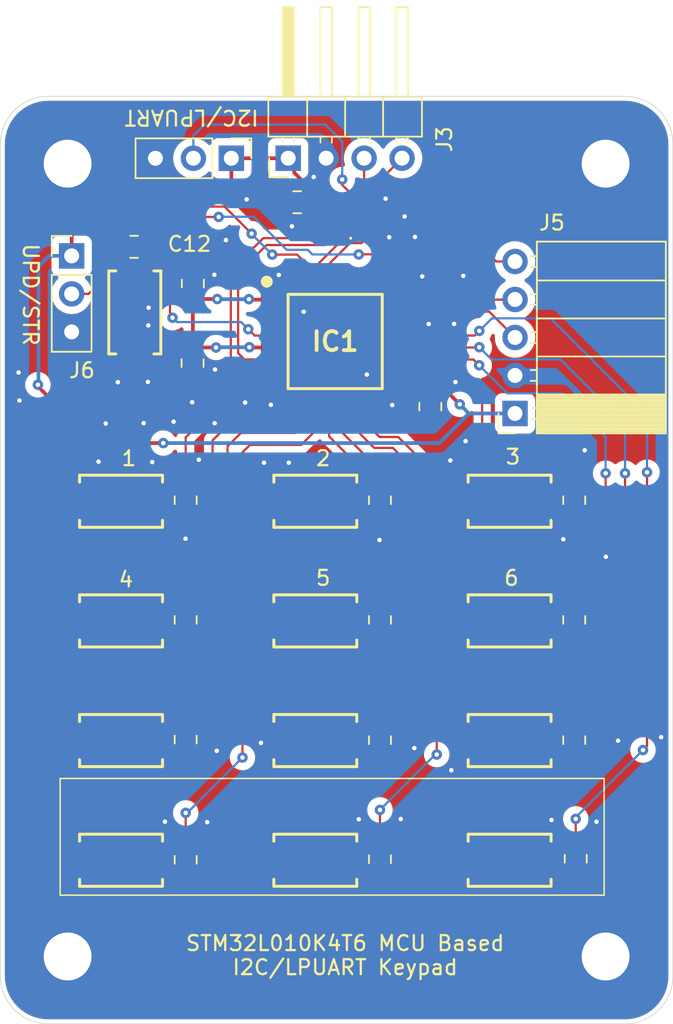
<source format=kicad_pcb>
(kicad_pcb (version 20240108) (generator "pcbnew") (generator_version "8.0")
  (layers (0 "F.Cu" signal) (31 "B.Cu" signal) (34 "B.Paste" user) (35 "F.Paste" user) (36 "B.SilkS" user "B.Silkscreen") (37 "F.SilkS" user "F.Silkscreen") (38 "B.Mask" user) (39 "F.Mask" user) (44 "Edge.Cuts" user))
  (net 0 "")
  (net 1 "GND")
  (net 2 "+3.3V")
  (net 3 "/NRST")
  (net 4 "/PA2")
  (net 5 "/PA3")
  (net 6 "/PA4")
  (net 7 "/PA5")
  (net 8 "/PA6")
  (net 9 "/PA7")
  (net 10 "/PB0")
  (net 11 "/PB1")
  (net 12 "/PA8")
  (net 13 "/PA9")
  (net 14 "/PA10")
  (net 15 "/PA11")
  (net 18 "/LPUART1_RX")
  (net 19 "/SYS_SWCLK")
  (net 20 "/LPUART1_TX")
  (net 22 "/SYS_SWDIO")
  (net 24 "/BOOT0")
  (net 25 "/I2C1_SDA")
  (net 27 "/I2C1_SCL")
  (net 29 "/SEL")
  (net 30 "/COM1")
  (net 31 "/COM2")
  (footprint "Personal_Project:Button_KMR231GLFS" (layer "F.Cu") (at 115.55 85.575)
    (property "Reference" "U11" (hide yes))
    (property "Value" "~" (hide yes))
  )
  (footprint "Capacitor_SMD:C_0805_2012Metric_Pad1.18x1.45mm_HandSolder" (layer "F.Cu") (at 122.4 92 -90)
    (property "Reference" "C16" (hide yes))
    (property "Value" "100n" (hide yes))
  )
  (footprint "Capacitor_SMD:C_0805_2012Metric_Pad1.18x1.45mm_HandSolder" (layer "F.Cu") (at 122.86 66.83 -90)
    (property "Reference" "C11" (hide yes))
    (property "Value" "100n" (hide yes))
  )
  (footprint "Personal_Project:Button_KMR231GLFS" (layer "F.Cu") (at 141.55 77.575)
    (property "Reference" "U18" (hide yes))
    (property "Value" "~" (hide yes))
  )
  (footprint "Capacitor_SMD:C_0805_2012Metric_Pad1.18x1.45mm_HandSolder" (layer "F.Cu") (at 118.95 59.06 180)
    (property "Reference" "C12")
    (property "Value" "100n" (hide yes))
  )
  (footprint "Connector_PinHeader_2.54mm:PinHeader_1x04_P2.54mm_Horizontal" (layer "F.Cu") (at 129.26 53.135 90)
    (property "Reference" "J3")
    (property "Value" "Data_Conn" (hide yes))
  )
  (footprint "Personal_Project:Button_KMR231GLFS" (layer "F.Cu") (at 128.55 93.575)
    (property "Reference" "U16" (hide yes))
    (property "Value" "~" (hide yes))
  )
  (footprint "Capacitor_SMD:C_0805_2012Metric_Pad1.18x1.45mm_HandSolder" (layer "F.Cu") (at 122.4 76 -90)
    (property "Reference" "C13" (hide yes))
    (property "Value" "100n" (hide yes))
  )
  (footprint "Connector_PinHeader_2.54mm:PinHeader_1x03_P2.54mm_Vertical" (layer "F.Cu") (at 125.455 53.14 -90)
    (property "Reference" "J4" (hide yes))
    (property "Value" "SEL Jumper" (hide yes))
  )
  (footprint "MountingHole:MountingHole_3.2mm_M3_Pad" (layer "F.Cu") (at 114.5 106.5)
    (property "Reference" "H3" (hide yes))
    (property "Value" "MountingHole_Pad" (hide yes))
  )
  (footprint "Personal_Project:Button_KMR231GLFS" (layer "F.Cu") (at 128.55 101.575)
    (property "Reference" "U17" (hide yes))
    (property "Value" "~" (hide yes))
  )
  (footprint "Personal_Project:Button_KMR231GLFS" (layer "F.Cu") (at 115.55 93.575)
    (property "Reference" "U12" (hide yes))
    (property "Value" "~" (hide yes))
  )
  (footprint "Personal_Project:Button_KMR231GLFS" (layer "F.Cu") (at 141.55 85.575)
    (property "Reference" "U19" (hide yes))
    (property "Value" "~" (hide yes))
  )
  (footprint "Capacitor_SMD:C_0805_2012Metric_Pad1.18x1.45mm_HandSolder" (layer "F.Cu") (at 122.88 61.51 90)
    (property "Reference" "C9" (hide yes))
    (property "Value" "100n" (hide yes))
  )
  (footprint "Capacitor_SMD:C_0805_2012Metric_Pad1.18x1.45mm_HandSolder" (layer "F.Cu") (at 129.86 56.08 180)
    (property "Reference" "C14" (hide yes))
    (property "Value" "100n" (hide yes))
  )
  (footprint "Personal_Project:Button_KMR231GLFS" (layer "F.Cu") (at 141.55 101.575)
    (property "Reference" "U21" (hide yes))
    (property "Value" "~" (hide yes))
  )
  (footprint "Personal_Project:STM32L010K4T6 _QFP80P900X900X160-32N" (layer "F.Cu") (at 132.402 65.39)
    (property "Reference" "IC1")
    (property "Value" "STM32L010K4T6" (hide yes))
  )
  (footprint "Capacitor_SMD:C_0805_2012Metric_Pad1.18x1.45mm_HandSolder" (layer "F.Cu") (at 148.5 99.9625 -90)
    (property "Reference" "C25" (hide yes))
    (property "Value" "100n" (hide yes))
  )
  (footprint "Personal_Project:TMUX136RSER" (layer "F.Cu") (at 134.19 57.035 90)
    (property "Reference" "IC2" (hide yes))
    (property "Value" "TMUX136RSER" (hide yes))
  )
  (footprint "Capacitor_SMD:C_0805_2012Metric_Pad1.18x1.45mm_HandSolder" (layer "F.Cu") (at 122.4 100.0375 -90)
    (property "Reference" "C17" (hide yes))
    (property "Value" "100n" (hide yes))
  )
  (footprint "Capacitor_SMD:C_0805_2012Metric_Pad1.18x1.45mm_HandSolder" (layer "F.Cu") (at 122.4 84 -90)
    (property "Reference" "C15" (hide yes))
    (property "Value" "100n" (hide yes))
  )
  (footprint "MountingHole:MountingHole_3.2mm_M3_Pad" (layer "F.Cu") (at 150.5 53.5)
    (property "Reference" "H2" (hide yes))
    (property "Value" "MountingHole_Pad" (hide yes))
  )
  (footprint "Personal_Project:Button_KMR231GLFS" (layer "F.Cu") (at 115.55 77.575)
    (property "Reference" "U10" (hide yes))
    (property "Value" "~" (hide yes))
  )
  (footprint "MountingHole:MountingHole_3.2mm_M3_Pad" (layer "F.Cu") (at 114.5 53.5)
    (property "Reference" "H1" (hide yes))
    (property "Value" "MountingHole_Pad" (hide yes))
  )
  (footprint "Capacitor_SMD:C_0805_2012Metric_Pad1.18x1.45mm_HandSolder" (layer "F.Cu") (at 135.4 92.0375 -90)
    (property "Reference" "C20" (hide yes))
    (property "Value" "100n" (hide yes))
  )
  (footprint "Capacitor_SMD:C_0805_2012Metric_Pad1.18x1.45mm_HandSolder" (layer "F.Cu") (at 135.4 76 -90)
    (property "Reference" "C18" (hide yes))
    (property "Value" "100n" (hide yes))
  )
  (footprint "Connector_PinSocket_2.54mm:PinSocket_1x05_P2.54mm_Horizontal" (layer "F.Cu") (at 144.44 70.2 180)
    (property "Reference" "J5")
    (property "Value" "SW_Header" (hide yes))
  )
  (footprint "Personal_Project:Button_KMR231GLFS" (layer "F.Cu") (at 128.55 85.575)
    (property "Reference" "U15" (hide yes))
    (property "Value" "~" (hide yes))
  )
  (footprint "MountingHole:MountingHole_3.2mm_M3_Pad" (layer "F.Cu") (at 150.5 106.5)
    (property "Reference" "H4" (hide yes))
    (property "Value" "MountingHole_Pad" (hide yes))
  )
  (footprint "Personal_Project:Button_KMR231GLFS" (layer "F.Cu") (at 141.55 93.575)
    (property "Reference" "U20" (hide yes))
    (property "Value" "~" (hide yes))
  )
  (footprint "Connector_PinHeader_2.54mm:PinHeader_1x03_P2.54mm_Vertical" (layer "F.Cu") (at 114.77 59.665)
    (property "Reference" "J6")
    (property "Value" "BOOT Jumper" (hide yes))
  )
  (footprint "Capacitor_SMD:C_0805_2012Metric_Pad1.18x1.45mm_HandSolder" (layer "F.Cu") (at 135.4 100 -90)
    (property "Reference" "C21" (hide yes))
    (property "Value" "100n" (hide yes))
  )
  (footprint "Capacitor_SMD:C_0805_2012Metric_Pad1.18x1.45mm_HandSolder" (layer "F.Cu") (at 138.77 69.74 -90)
    (property "Reference" "C10" (hide yes))
    (property "Value" "100n" (hide yes))
  )
  (footprint "Personal_Project:Button_KMR231GLFS" (layer "F.Cu") (at 120.505 65.97 90)
    (property "Reference" "U9" (hide yes))
    (property "Value" "~" (hide yes))
  )
  (footprint "Capacitor_SMD:C_0805_2012Metric_Pad1.18x1.45mm_HandSolder" (layer "F.Cu") (at 135.4 84 -90)
    (property "Reference" "C19" (hide yes))
    (property "Value" "100n" (hide yes))
  )
  (footprint "Personal_Project:Button_KMR231GLFS" (layer "F.Cu") (at 128.55 77.575)
    (property "Reference" "U14" (hide yes))
    (property "Value" "~" (hide yes))
  )
  (footprint "Capacitor_SMD:C_0805_2012Metric_Pad1.18x1.45mm_HandSolder" (layer "F.Cu") (at 148.4 92.0375 -90)
    (property "Reference" "C24" (hide yes))
    (property "Value" "100n" (hide yes))
  )
  (footprint "Capacitor_SMD:C_0805_2012Metric_Pad1.18x1.45mm_HandSolder" (layer "F.Cu") (at 148.4 84 -90)
    (property "Reference" "C23" (hide yes))
    (property "Value" "100n" (hide yes))
  )
  (footprint "Capacitor_SMD:C_0805_2012Metric_Pad1.18x1.45mm_HandSolder" (layer "F.Cu") (at 148.4 76 -90)
    (property "Reference" "C22" (hide yes))
    (property "Value" "100n" (hide yes))
  )
  (footprint "Personal_Project:Button_KMR231GLFS" (layer "F.Cu") (at 115.55 101.575)
    (property "Reference" "U13" (hide yes))
    (property "Value" "~" (hide yes))
  )
  (gr_line (start 150.4 94.6) (end 114 94.6) (stroke (width 0.1)) (layer "F.SilkS"))
  (gr_line (start 114 102.4) (end 150.4 102.4) (stroke (width 0.1)) (layer "F.SilkS"))
  (gr_line (start 150.4 102.4) (end 150.4 94.6) (stroke (width 0.1)) (layer "F.SilkS"))
  (gr_line (start 114 94.6) (end 114 102.4) (stroke (width 0.1)) (layer "F.SilkS"))
  (gr_line (start 110 107.8) (end 110 52.2) (stroke (width 0.05)) (layer "Edge.Cuts"))
  (gr_arc (start 155 107.8) (mid 154.062742 110.062742) (end 151.8 111) (stroke (width 0.05)) (layer "Edge.Cuts"))
  (gr_arc (start 110 52.2) (mid 110.937246 49.937246) (end 113.2 49) (stroke (width 0.05)) (layer "Edge.Cuts"))
  (gr_arc (start 113.2 111) (mid 110.937258 110.062742) (end 110 107.8) (stroke (width 0.05)) (layer "Edge.Cuts"))
  (gr_line (start 113.2 49) (end 151.8 49) (stroke (width 0.05)) (layer "Edge.Cuts"))
  (gr_line (start 155 52.2) (end 155 107.8) (stroke (width 0.05)) (layer "Edge.Cuts"))
  (gr_arc (start 151.8 49) (mid 154.062742 49.937258) (end 155 52.2) (stroke (width 0.05)) (layer "Edge.Cuts"))
  (gr_line (start 151.8 111) (end 113.2 111) (stroke (width 0.05)) (layer "Edge.Cuts"))
  (gr_text "1" (at 118.6 73.2 0) (layer "F.SilkS") (effects (font (size 1 1) (thickness 0.153))))
  (gr_text "STM32L010K4T6 MCU Based\nI2C/LPUART Keypad" (at 133.07 107.81 0) (layer "F.SilkS") (effects (font (size 1 1) (thickness 0.153)) (justify bottom)))
  (gr_text "2" (at 131.6 73.2 0) (layer "F.SilkS") (effects (font (size 1 1) (thickness 0.153))))
  (gr_text "6" (at 144.2 81.2 0) (layer "F.SilkS") (effects (font (size 1 1) (thickness 0.153))))
  (gr_text "UPD/STR" (at 111.44 58.75 270) (layer "F.SilkS") (effects (font (size 1 1) (thickness 0.153)) (justify left bottom)))
  (gr_text "3" (at 144.3 73.1 0) (layer "F.SilkS") (effects (font (size 1 1) (thickness 0.153))))
  (gr_text "I2C/LPUART" (at 127.37 49.83 180) (layer "F.SilkS") (effects (font (size 1 1) (thickness 0.153)) (justify left bottom)))
  (gr_text "5" (at 131.6 81.2 0) (layer "F.SilkS") (effects (font (size 1 1) (thickness 0.153))))
  (gr_text "4" (at 118.4 81.3 0) (layer "F.SilkS") (effects (font (size 1 1) (thickness 0.153))))
  (segment (start 134.94 56.36) (end 135.26 56.36) (width 0.25) (layer "F.Cu") (net 1))
  (segment (start 130.29 63.39) (end 130.3 63.4) (width 0.25) (layer "F.Cu") (net 1))
  (segment (start 135.09 57.035) (end 137.045 57.035) (width 0.25) (layer "F.Cu") (net 1))
  (segment (start 135.26 56.36) (end 135.78 55.84) (width 0.25) (layer "F.Cu") (net 1))
  (segment (start 137.045 57.035) (end 137.05 57.03) (width 0.25) (layer "F.Cu") (net 1))
  (segment (start 135.202 68.282) (end 134.52 67.6) (width 0.25) (layer "F.Cu") (net 1))
  (segment (start 135.202 69.628) (end 136.208 69.628) (width 0.25) (layer "F.Cu") (net 1))
  (segment (start 136.208 69.628) (end 136.22 69.64) (width 0.25) (layer "F.Cu") (net 1))
  (segment (start 135.202 69.628) (end 135.202 68.282) (width 0.25) (layer "F.Cu") (net 1))
  (segment (start 128.164 63.39) (end 130.29 63.39) (width 0.25) (layer "F.Cu") (net 1))
  (via (at 135.78 55.84) (size 0.7) (drill 0.3) (layers "F.Cu" "B.Cu") (net 1))
  (via (at 119.59 70.85) (size 0.7) (drill 0.3) (layers "F.Cu" "B.Cu") (net 1))
  (via (at 136.22 69.64) (size 0.7) (drill 0.3) (layers "F.Cu" "B.Cu") (net 1))
  (via (at 140.18 94.05) (size 0.7) (drill 0.3) (layers "F.Cu" "B.Cu") (net 1))
  (via (at 128.63 60.94) (size 0.7) (drill 0.3) (layers "F.Cu" "B.Cu") (net 1))
  (via (at 119.92 63.13) (size 0.7) (drill 0.3) (layers "F.Cu" "B.Cu") (net 1))
  (via (at 137.74 58.4) (size 0.7) (drill 0.3) (layers "F.Cu" "B.Cu") (net 1))
  (via (at 122.83 69.45) (size 0.7) (drill 0.3) (layers "F.Cu" "B.Cu") (net 1))
  (via (at 124.48 92.75) (size 0.7) (drill 0.3) (layers "F.Cu" "B.Cu") (net 1))
  (via (at 125.09 58.61) (size 0.7) (drill 0.3) (layers "F.Cu" "B.Cu") (net 1))
  (via (at 126.38 69.47) (size 0.7) (drill 0.3) (layers "F.Cu" "B.Cu") (net 1))
  (via (at 151.33 92.07) (size 0.7) (drill 0.3) (layers "F.Cu" "B.Cu") (net 1))
  (via (at 136.79 97.31) (size 0.7) (drill 0.3) (layers "F.Cu" "B.Cu") (net 1))
  (via (at 124.32 60.93) (size 0.7) (drill 0.3) (layers "F.Cu" "B.Cu") (net 1))
  (via (at 140.98 61) (size 0.7) (drill 0.3) (layers "F.Cu" "B.Cu") (net 1))
  (via (at 123.28 73.29) (size 0.7) (drill 0.3) (layers "F.Cu" "B.Cu") (net 1))
  (via (at 138.66 64.22) (size 0.7) (drill 0.3) (layers "F.Cu" "B.Cu") (net 1))
  (via (at 154.22 91.84) (size 0.7) (drill 0.3) (layers "F.Cu" "B.Cu") (net 1))
  (via (at 111.22 67.46) (size 0.7) (drill 0.3) (layers "F.Cu" "B.Cu") (net 1))
  (via (at 135.37 78.66) (size 0.7) (drill 0.3) (layers "F.Cu" "B.Cu") (net 1))
  (via (at 121.01 97.49) (size 0.7) (drill 0.3) (layers "F.Cu" "B.Cu") (net 1))
  (via (at 117.86 68.11) (size 0.7) (drill 0.3) (layers "F.Cu" "B.Cu") (net 1))
  (via (at 140.45 68.1) (size 0.7) (drill 0.3) (layers "F.Cu" "B.Cu") (net 1))
  (via (at 136.02 58.42) (size 0.7) (drill 0.3) (layers "F.Cu" "B.Cu") (net 1))
  (via (at 129.51 57.69) (size 0.7) (drill 0.3) (layers "F.Cu" "B.Cu") (net 1))
  (via (at 146.88 97.38) (size 0.7) (drill 0.3) (layers "F.Cu" "B.Cu") (net 1))
  (via (at 147.67 78.61) (size 0.7) (drill 0.3) (layers "F.Cu" "B.Cu") (net 1))
  (via (at 149.89 97.49) (size 0.7) (drill 0.3) (layers "F.Cu" "B.Cu") (net 1))
  (via (at 127.44 92.22) (size 0.7) (drill 0.3) (layers "F.Cu" "B.Cu") (net 1))
  (via (at 111.28 69.33) (size 0.7) (drill 0.3) (layers "F.Cu" "B.Cu") (net 1))
  (via (at 140.11 73.34) (size 0.7) (drill 0.3) (layers "F.Cu" "B.Cu") (net 1))
  (via (at 149.1 72.66) (size 0.7) (drill 0.3) (layers "F.Cu" "B.Cu") (net 1))
  (via (at 133.98 97.33) (size 0.7) (drill 0.3) (layers "F.Cu" "B.Cu") (net 1))
  (via (at 140.36 64.21) (size 0.7) (drill 0.3) (layers "F.Cu" "B.Cu") (net 1))
  (via (at 124.36 67.26) (size 0.7) (drill 0.3) (layers "F.Cu" "B.Cu") (net 1))
  (via (at 117.05 70.87) (size 0.7) (drill 0.3) (layers "F.Cu" "B.Cu") (net 1))
  (via (at 124.34 70.85) (size 0.7) (drill 0.3) (layers "F.Cu" "B.Cu") (net 1))
  (via (at 141.13 72.05) (size 0.7) (drill 0.3) (layers "F.Cu" "B.Cu") (net 1))
  (via (at 123.84 97.52) (size 0.7) (drill 0.3) (layers "F.Cu" "B.Cu") (net 1))
  (via (at 119.87 68.09) (size 0.7) (drill 0.3) (layers "F.Cu" "B.Cu") (net 1))
  (via (at 120.16 73.45) (size 0.7) (drill 0.3) (layers "F.Cu" "B.Cu") (net 1))
  (via (at 116.57 73.42) (size 0.7) (drill 0.3) (layers "F.Cu" "B.Cu") (net 1))
  (via (at 150.52 79.78) (size 0.7) (drill 0.3) (layers "F.Cu" "B.Cu") (net 1))
  (via (at 121.59 70.75) (size 0.7) (drill 0.3) (layers "F.Cu" "B.Cu") (net 1))
  (via (at 134.52 67.6) (size 0.7) (drill 0.3) (layers "F.Cu" "B.Cu") (net 1))
  (via (at 122.39 78.57) (size 0.7) (drill 0.3) (layers "F.Cu" "B.Cu") (net 1))
  (via (at 137.05 57.03) (size 0.7) (drill 0.3) (layers "F.Cu" "B.Cu") (net 1))
  (via (at 129.3 73.49) (size 0.7) (drill 0.3) (layers "F.Cu" "B.Cu") (net 1))
  (via (at 130.3 63.4) (size 0.7) (drill 0.3) (layers "F.Cu" "B.Cu") (net 1))
  (via (at 126.48 55.89) (size 0.7) (drill 0.3) (layers "F.Cu" "B.Cu") (net 1))
  (via (at 138.23 61.04) (size 0.7) (drill 0.3) (layers "F.Cu" "B.Cu") (net 1))
  (via (at 130.97 54.39) (size 0.7) (drill 0.3) (layers "F.Cu" "B.Cu") (net 1))
  (via (at 128.1 69.62) (size 0.7) (drill 0.3) (layers "F.Cu" "B.Cu") (net 1))
  (via (at 119.9 64.31) (size 0.7) (drill 0.3) (layers "F.Cu" "B.Cu") (net 1))
  (via (at 137.7 92.57) (size 0.7) (drill 0.3) (layers "F.Cu" "B.Cu") (net 1))
  (via (at 127.64 73.49) (size 0.7) (drill 0.3) (layers "F.Cu" "B.Cu") (net 1))
  (segment (start 139.8525 68.7025) (end 140.74 69.59) (width 0.25) (layer "F.Cu") (net 2))
  (segment (start 120.81 69.51) (end 121.42 68.9) (width 0.25) (layer "F.Cu") (net 2))
  (segment (start 116.3 72.18) (end 113.63 69.51) (width 0.25) (layer "F.Cu") (net 2))
  (segment (start 115.6 57.49) (end 116.55 57.49) (width 0.25) (layer "F.Cu") (net 2))
  (segment (start 122.88 62.5475) (end 122.88 65.7725) (width 0.25) (layer "F.Cu") (net 2))
  (segment (start 131.78 56.08) (end 130.8975 56.08) (width 0.25) (layer "F.Cu") (net 2))
  (segment (start 124.43 65.79) (end 122.8875 65.79) (width 0.25) (layer "F.Cu") (net 2))
  (segment (start 128.164 65.79) (end 126.68 65.79) (width 0.25) (layer "F.Cu") (net 2))
  (segment (start 130.8975 56.08) (end 130.8975 55.3375) (width 0.25) (layer "F.Cu") (net 2))
  (segment (start 113.63 69.51) (end 120.81 69.51) (width 0.25) (layer "F.Cu") (net 2))
  (segment (start 120.9 72.18) (end 116.3 72.18) (width 0.25) (layer "F.Cu") (net 2))
  (segment (start 116.55 57.49) (end 118.25 55.79) (width 0.25) (layer "F.Cu") (net 2))
  (segment (start 114.77 59.665) (end 114.77 58.32) (width 0.25) (layer "F.Cu") (net 2))
  (segment (start 112.51 68.39) (end 113.63 69.51) (width 0.25) (layer "F.Cu") (net 2))
  (segment (start 132.735 57.035) (end 131.78 56.08) (width 0.25) (layer "F.Cu") (net 2))
  (segment (start 129.255 53.14) (end 129.26 53.135) (width 0.25) (layer "F.Cu") (net 2))
  (segment (start 125.455 54.745) (end 125.455 53.14) (width 0.25) (layer "F.Cu") (net 2))
  (segment (start 136.64 68.19) (end 138.2575 68.19) (width 0.25) (layer "F.Cu") (net 2))
  (segment (start 122.0375 65.7925) (end 122.86 65.7925) (width 0.25) (layer "F.Cu") (net 2))
  (segment (start 124.51 62.55) (end 122.8825 62.55) (width 0.25) (layer "F.Cu") (net 2))
  (segment (start 129.66 53.535) (end 129.26 53.135) (width 0.25) (layer "F.Cu") (net 2))
  (segment (start 126.68 65.79) (end 126.66 65.77) (width 0.25) (layer "F.Cu") (net 2))
  (segment (start 133.29 57.035) (end 132.735 57.035) (width 0.25) (layer "F.Cu") (net 2))
  (segment (start 121.42 68.9) (end 121.42 66.41) (width 0.25) (layer "F.Cu") (net 2))
  (segment (start 122.8825 62.55) (end 122.88 62.5475) (width 0.25) (layer "F.Cu") (net 2))
  (segment (start 138.77 68.7025) (end 139.8525 68.7025) (width 0.25) (layer "F.Cu") (net 2))
  (segment (start 138.2575 68.19) (end 138.77 68.7025) (width 0.25) (layer "F.Cu") (net 2))
  (segment (start 126.66 62.59) (end 126.63 62.56) (width 0.25) (layer "F.Cu") (net 2))
  (segment (start 114.77 58.32) (end 115.6 57.49) (width 0.25) (layer "F.Cu") (net 2))
  (segment (start 121.42 66.41) (end 122.0375 65.7925) (width 0.25) (layer "F.Cu") (net 2))
  (segment (start 130.8975 55.3375) (end 129.66 54.1) (width 0.25) (layer "F.Cu") (net 2))
  (segment (start 122.88 65.7725) (end 122.86 65.7925) (width 0.25) (layer "F.Cu") (net 2))
  (segment (start 128.164 62.59) (end 126.66 62.59) (width 0.25) (layer "F.Cu") (net 2))
  (segment (start 125.455 53.14) (end 129.255 53.14) (width 0.25) (layer "F.Cu") (net 2))
  (segment (start 124.41 55.79) (end 125.455 54.745) (width 0.25) (layer "F.Cu") (net 2))
  (segment (start 118.25 55.79) (end 124.41 55.79) (width 0.25) (layer "F.Cu") (net 2))
  (segment (start 129.66 54.1) (end 129.66 53.535) (width 0.25) (layer "F.Cu") (net 2))
  (segment (start 112.51 68.28) (end 112.51 68.39) (width 0.25) (layer "F.Cu") (net 2))
  (via (at 126.63 62.56) (size 0.7) (drill 0.3) (layers "F.Cu" "B.Cu") (net 2))
  (via (at 124.51 62.55) (size 0.7) (drill 0.3) (layers "F.Cu" "B.Cu") (net 2))
  (via (at 124.43 65.79) (size 0.7) (drill 0.3) (layers "F.Cu" "B.Cu") (net 2))
  (via (at 140.74 69.59) (size 0.7) (drill 0.3) (layers "F.Cu" "B.Cu") (net 2))
  (via (at 120.9 72.18) (size 0.7) (drill 0.3) (layers "F.Cu" "B.Cu") (net 2))
  (via (at 126.66 65.77) (size 0.7) (drill 0.3) (layers "F.Cu" "B.Cu") (net 2))
  (via (at 112.51 68.28) (size 0.7) (drill 0.3) (layers "F.Cu" "B.Cu") (net 2))
  (segment (start 124.45 65.77) (end 124.43 65.79) (width 0.25) (layer "B.Cu") (net 2))
  (segment (start 112.55 60.37) (end 112.55 68.3) (width 0.25) (layer "B.Cu") (net 2))
  (segment (start 113.255 59.665) (end 112.55 60.37) (width 0.25) (layer "B.Cu") (net 2))
  (segment (start 112.55 68.3) (end 112.53 68.3) (width 0.25) (layer "B.Cu") (net 2))
  (segment (start 126.66 65.77) (end 124.45 65.77) (width 0.25) (layer "B.Cu") (net 2))
  (segment (start 141.35 70.2) (end 139.37 72.18) (width 0.25) (layer "B.Cu") (net 2))
  (segment (start 112.53 68.3) (end 112.51 68.28) (width 0.25) (layer "B.Cu") (net 2))
  (segment (start 114.77 59.665) (end 113.255 59.665) (width 0.25) (layer "B.Cu") (net 2))
  (segment (start 126.63 62.56) (end 124.52 62.56) (width 0.25) (layer "B.Cu") (net 2))
  (segment (start 141.35 70.2) (end 144.44 70.2) (width 0.25) (layer "B.Cu") (net 2))
  (segment (start 139.37 72.18) (end 120.9 72.18) (width 0.25) (layer "B.Cu") (net 2))
  (segment (start 124.52 62.56) (end 124.51 62.55) (width 0.25) (layer "B.Cu") (net 2))
  (segment (start 140.74 69.59) (end 141.35 70.2) (width 0.25) (layer "B.Cu") (net 2))
  (segment (start 121.52 63.63) (end 121.35 63.46) (width 0.15) (layer "F.Cu") (net 3))
  (segment (start 120.87 61.42) (end 120.005 61.42) (width 0.15) (layer "F.Cu") (net 3))
  (segment (start 121.52 63.8) (end 121.52 63.63) (width 0.15) (layer "F.Cu") (net 3))
  (segment (start 133.99 59.56) (end 142.7 59.56) (width 0.15) (layer "F.Cu") (net 3))
  (segment (start 142.7 59.56) (end 143.18 60.04) (width 0.15) (layer "F.Cu") (net 3))
  (segment (start 133.98 59.57) (end 133.99 59.56) (width 0.15) (layer "F.Cu") (net 3))
  (segment (start 121.35 61.9) (end 120.87 61.42) (width 0.15) (layer "F.Cu") (net 3))
  (segment (start 120.005 59.0775) (end 119.9875 59.06) (width 0.15) (layer "F.Cu") (net 3))
  (segment (start 124.61 57.06) (end 120.55 57.06) (width 0.15) (layer "F.Cu") (net 3))
  (segment (start 120.005 61.42) (end 118.405 61.42) (width 0.15) (layer "F.Cu") (net 3))
  (segment (start 119.9875 57.6225) (end 119.9875 59.06) (width 0.15) (layer "F.Cu") (net 3))
  (segment (start 128.164 64.99) (end 127.01 64.99) (width 0.15) (layer "F.Cu") (net 3))
  (segment (start 121.35 63.46) (end 121.35 61.9) (width 0.15) (layer "F.Cu") (net 3))
  (segment (start 120.005 61.42) (end 120.005 59.0775) (width 0.15) (layer "F.Cu") (net 3))
  (segment (start 143.18 60.04) (end 144.44 60.04) (width 0.15) (layer "F.Cu") (net 3))
  (segment (start 127.01 64.99) (end 126.59 64.57) (width 0.15) (layer "F.Cu") (net 3))
  (segment (start 120.55 57.06) (end 119.9875 57.6225) (width 0.15) (layer "F.Cu") (net 3))
  (via (at 121.52 63.8) (size 0.7) (drill 0.3) (layers "F.Cu" "B.Cu") (net 3))
  (via (at 133.98 59.57) (size 0.7) (drill 0.3) (layers "F.Cu" "B.Cu") (net 3))
  (via (at 126.59 64.57) (size 0.7) (drill 0.3) (layers "F.Cu" "B.Cu") (net 3))
  (via (at 124.61 57.06) (size 0.7) (drill 0.3) (layers "F.Cu" "B.Cu") (net 3))
  (segment (start 130.88 59.57) (end 133.98 59.57) (width 0.15) (layer "B.Cu") (net 3))
  (segment (start 124.61 57.06) (end 124.62 57.05) (width 0.15) (layer "B.Cu") (net 3))
  (segment (start 124.62 57.05) (end 126.95 57.05) (width 0.15) (layer "B.Cu") (net 3))
  (segment (start 130.57 59.26) (end 130.88 59.57) (width 0.15) (layer "B.Cu") (net 3))
  (segment (start 121.81 64.09) (end 126.11 64.09) (width 0.15) (layer "B.Cu") (net 3))
  (segment (start 126.95 57.05) (end 129.16 59.26) (width 0.15) (layer "B.Cu") (net 3))
  (segment (start 121.52 63.8) (end 121.81 64.09) (width 0.15) (layer "B.Cu") (net 3))
  (segment (start 129.16 59.26) (end 130.57 59.26) (width 0.15) (layer "B.Cu") (net 3))
  (segment (start 126.11 64.09) (end 126.59 64.57) (width 0.15) (layer "B.Cu") (net 3))
  (segment (start 120.1 77.075) (end 120.1 75.475) (width 0.25) (layer "F.Cu") (net 4))
  (segment (start 122.4 74.9625) (end 121.4375 74.9625) (width 0.15) (layer "F.Cu") (net 4))
  (segment (start 121.4375 74.9625) (end 120.925 75.475) (width 0.15) (layer "F.Cu") (net 4))
  (segment (start 120.925 75.475) (end 120.1 75.475) (width 0.15) (layer "F.Cu") (net 4))
  (segment (start 126.01 68.19) (end 122.4 71.8) (width 0.15) (layer "F.Cu") (net 4))
  (segment (start 122.4 71.8) (end 122.4 74.9625) (width 0.15) (layer "F.Cu") (net 4))
  (segment (start 128.164 68.19) (end 126.01 68.19) (width 0.15) (layer "F.Cu") (net 4))
  (segment (start 124.2 79.1) (end 124.2 72) (width 0.15) (layer "F.Cu") (net 5))
  (segment (start 121.5375 82.9625) (end 121.025 83.475) (width 0.15) (layer "F.Cu") (net 5))
  (segment (start 124.2 72) (end 125.48 70.72) (width 0.15) (layer "F.Cu") (net 5))
  (segment (start 129.602 70.408) (end 129.602 69.628) (width 0.15) (layer "F.Cu") (net 5))
  (segment (start 122.4 80.9) (end 124.2 79.1) (width 0.15) (layer "F.Cu") (net 5))
  (segment (start 122.4 82.9625) (end 121.5375 82.9625) (width 0.15) (layer "F.Cu") (net 5))
  (segment (start 129.29 70.72) (end 129.602 70.408) (width 0.15) (layer "F.Cu") (net 5))
  (segment (start 120.1 85.075) (end 120.1 83.475) (width 0.25) (layer "F.Cu") (net 5))
  (segment (start 125.48 70.72) (end 129.29 70.72) (width 0.15) (layer "F.Cu") (net 5))
  (segment (start 121.025 83.475) (end 120.1 83.475) (width 0.15) (layer "F.Cu") (net 5))
  (segment (start 122.4 82.9625) (end 122.4 80.9) (width 0.15) (layer "F.Cu") (net 5))
  (segment (start 129.7 71.5) (end 130.402 70.798) (width 0.15) (layer "F.Cu") (net 6))
  (segment (start 126.1 71.5) (end 125.2 72.4) (width 0.15) (layer "F.Cu") (net 6))
  (segment (start 121.4375 90.9625) (end 120.925 91.475) (width 0.15) (layer "F.Cu") (net 6))
  (segment (start 120.925 91.475) (end 120.1 91.475) (width 0.15) (layer "F.Cu") (net 6))
  (segment (start 130.402 70.798) (end 130.402 69.628) (width 0.15) (layer "F.Cu") (net 6))
  (segment (start 125.2 86) (end 122.4 88.8) (width 0.15) (layer "F.Cu") (net 6))
  (segment (start 122.4 88.8) (end 122.4 90.9625) (width 0.15) (layer "F.Cu") (net 6))
  (segment (start 120.1 93.075) (end 120.1 91.475) (width 0.25) (layer "F.Cu") (net 6))
  (segment (start 125.2 72.4) (end 125.2 86) (width 0.15) (layer "F.Cu") (net 6))
  (segment (start 122.4 90.9625) (end 121.4375 90.9625) (width 0.15) (layer "F.Cu") (net 6))
  (segment (start 126.1 71.5) (end 129.7 71.5) (width 0.15) (layer "F.Cu") (net 6))
  (segment (start 121 99.5) (end 120.125 99.5) (width 0.15) (layer "F.Cu") (net 7))
  (segment (start 120.125 99.5) (end 120.1 99.475) (width 0.15) (layer "F.Cu") (net 7))
  (segment (start 122.4 96.9) (end 122.4 99) (width 0.15) (layer "F.Cu") (net 7))
  (segment (start 126.7 72.3) (end 130.13 72.3) (width 0.15) (layer "F.Cu") (net 7))
  (segment (start 126.2 72.8) (end 126.7 72.3) (width 0.15) (layer "F.Cu") (net 7))
  (segment (start 131.202 71.228) (end 131.202 69.628) (width 0.15) (layer "F.Cu") (net 7))
  (segment (start 122.4 99) (end 121.5 99) (width 0.15) (layer "F.Cu") (net 7))
  (segment (start 121.5 99) (end 121 99.5) (width 0.15) (layer "F.Cu") (net 7))
  (segment (start 126.2 93.2) (end 126.2 72.8) (width 0.15) (layer "F.Cu") (net 7))
  (segment (start 130.13 72.3) (end 131.202 71.228) (width 0.15) (layer "F.Cu") (net 7))
  (segment (start 120.1 99.475) (end 120.1 101.075) (width 0.15) (layer "F.Cu") (net 7))
  (via (at 122.4 96.9) (size 0.7) (drill 0.3) (layers "F.Cu" "B.Cu") (net 7))
  (via (at 126.2 93.2) (size 0.7) (drill 0.3) (layers "F.Cu" "B.Cu") (net 7))
  (segment (start 122.5 96.9) (end 122.4 96.9) (width 0.15) (layer "B.Cu") (net 7))
  (segment (start 126.2 93.2) (end 122.5 96.9) (width 0.15) (layer "B.Cu") (net 7))
  (segment (start 135.4 74.9625) (end 134.5375 74.9625) (width 0.15) (layer "F.Cu") (net 8))
  (segment (start 132.002 69.628) (end 132.002 71.742) (width 0.15) (layer "F.Cu") (net 8))
  (segment (start 134.5375 74.9625) (end 134.025 75.475) (width 0.15) (layer "F.Cu") (net 8))
  (segment (start 135.05 73.86) (end 135.4 74.21) (width 0.15) (layer "F.Cu") (net 8))
  (segment (start 133.1 75.475) (end 133.1 77.075) (width 0.15) (layer "F.Cu") (net 8))
  (segment (start 134.025 75.475) (end 133.1 75.475) (width 0.15) (layer "F.Cu") (net 8))
  (segment (start 132.002 71.742) (end 134.12 73.86) (width 0.15) (layer "F.Cu") (net 8))
  (segment (start 135.4 74.21) (end 135.4 74.9625) (width 0.15) (layer "F.Cu") (net 8))
  (segment (start 134.12 73.86) (end 135.05 73.86) (width 0.15) (layer "F.Cu") (net 8))
  (segment (start 132.802 69.628) (end 132.802 71.402) (width 0.15) (layer "F.Cu") (net 9))
  (segment (start 137.2 81.1625) (end 135.4 82.9625) (width 0.15) (layer "F.Cu") (net 9))
  (segment (start 134.5375 82.9625) (end 134.025 83.475) (width 0.15) (layer "F.Cu") (net 9))
  (segment (start 134.025 83.475) (end 133.1 83.475) (width 0.15) (layer "F.Cu") (net 9))
  (segment (start 133.1 83.475) (end 133.1 85.075) (width 0.15) (layer "F.Cu") (net 9))
  (segment (start 135.4 82.9625) (end 134.5375 82.9625) (width 0.15) (layer "F.Cu") (net 9))
  (segment (start 132.802 71.402) (end 134.67 73.27) (width 0.15) (layer "F.Cu") (net 9))
  (segment (start 135.9 73.27) (end 137.2 74.57) (width 0.15) (layer "F.Cu") (net 9))
  (segment (start 137.2 74.57) (end 137.2 81.1625) (width 0.15) (layer "F.Cu") (net 9))
  (segment (start 134.67 73.27) (end 135.9 73.27) (width 0.15) (layer "F.Cu") (net 9))
  (segment (start 135.4 91) (end 135.4 88.6) (width 0.15) (layer "F.Cu") (net 10))
  (segment (start 138.1 85.9) (end 138.1 74.34) (width 0.15) (layer "F.Cu") (net 10))
  (segment (start 136.26 72.5) (end 135.01 72.5) (width 0.15) (layer "F.Cu") (net 10))
  (segment (start 134.025 91.475) (end 133.1 91.475) (width 0.15) (layer "F.Cu") (net 10))
  (segment (start 135.4 91) (end 134.5 91) (width 0.15) (layer "F.Cu") (net 10))
  (segment (start 133.602 71.092) (end 133.602 69.628) (width 0.15) (layer "F.Cu") (net 10))
  (segment (start 133.1 91.475) (end 133.1 93.075) (width 0.15) (layer "F.Cu") (net 10))
  (segment (start 138.1 74.34) (end 136.26 72.5) (width 0.15) (layer "F.Cu") (net 10))
  (segment (start 134.5 91) (end 134.025 91.475) (width 0.15) (layer "F.Cu") (net 10))
  (segment (start 135.4 88.6) (end 138.1 85.9) (width 0.15) (layer "F.Cu") (net 10))
  (segment (start 135.01 72.5) (end 133.602 71.092) (width 0.15) (layer "F.Cu") (net 10))
  (segment (start 134.5375 98.9625) (end 134.025 99.475) (width 0.15) (layer "F.Cu") (net 11))
  (segment (start 135.4 98.9625) (end 134.5375 98.9625) (width 0.15) (layer "F.Cu") (net 11))
  (segment (start 136.62 71.77) (end 135.37 71.77) (width 0.15) (layer "F.Cu") (net 11))
  (segment (start 133.1 99.475) (end 133.1 101.075) (width 0.15) (layer "F.Cu") (net 11))
  (segment (start 134.025 99.475) (end 133.1 99.475) (width 0.15) (layer "F.Cu") (net 11))
  (segment (start 135.4 96.7) (end 135.4 98.9625) (width 0.15) (layer "F.Cu") (net 11))
  (segment (start 139.2 93) (end 139.2 74.35) (width 0.15) (layer "F.Cu") (net 11))
  (segment (start 135.37 71.77) (end 134.402 70.802) (width 0.15) (layer "F.Cu") (net 11))
  (segment (start 139.2 74.35) (end 136.62 71.77) (width 0.15) (layer "F.Cu") (net 11))
  (segment (start 134.402 70.802) (end 134.402 69.628) (width 0.15) (layer "F.Cu") (net 11))
  (via (at 139.2 93) (size 0.7) (drill 0.3) (layers "F.Cu" "B.Cu") (net 11))
  (via (at 135.4 96.7) (size 0.7) (drill 0.3) (layers "F.Cu" "B.Cu") (net 11))
  (segment (start 139.1 93) (end 135.4 96.7) (width 0.15) (layer "B.Cu") (net 11))
  (segment (start 139.2 93) (end 139.1 93) (width 0.15) (layer "B.Cu") (net 11))
  (segment (start 146.1 75.475) (end 146.1 77.075) (width 0.15) (layer "F.Cu") (net 12))
  (segment (start 142.24 72.48) (end 143.06 73.3) (width 0.15) (layer "F.Cu") (net 12))
  (segment (start 136.64 67.39) (end 140.75 67.39) (width 0.15) (layer "F.Cu") (net 12))
  (segment (start 148.4 73.8) (end 148.4 74.9625) (width 0.15) (layer "F.Cu") (net 12))
  (segment (start 147.4375 74.9625) (end 146.925 75.475) (width 0.15) (layer "F.Cu") (net 12))
  (segment (start 142.24 68.88) (end 142.24 72.48) (width 0.15) (layer "F.Cu") (net 12))
  (segment (start 146.925 75.475) (end 146.1 75.475) (width 0.15) (layer "F.Cu") (net 12))
  (segment (start 140.75 67.39) (end 142.24 68.88) (width 0.15) (layer "F.Cu") (net 12))
  (segment (start 147.9 73.3) (end 148.4 73.8) (width 0.15) (layer "F.Cu") (net 12))
  (segment (start 143.06 73.3) (end 147.9 73.3) (width 0.15) (layer "F.Cu") (net 12))
  (segment (start 148.4 74.9625) (end 147.4375 74.9625) (width 0.15) (layer "F.Cu") (net 12))
  (segment (start 150.5 74.2) (end 150.5 77.9) (width 0.15) (layer "F.Cu") (net 13))
  (segment (start 148.4 82.9625) (end 147.4375 82.9625) (width 0.15) (layer "F.Cu") (net 13))
  (segment (start 147.4375 82.9625) (end 146.925 83.475) (width 0.15) (layer "F.Cu") (net 13))
  (segment (start 146.1 83.475) (end 146.1 85.075) (width 0.15) (layer "F.Cu") (net 13))
  (segment (start 136.64 66.59) (end 141.65 66.59) (width 0.15) (layer "F.Cu") (net 13))
  (segment (start 150.5 77.9) (end 148.4 80) (width 0.15) (layer "F.Cu") (net 13))
  (segment (start 148.4 80) (end 148.4 82.9625) (width 0.15) (layer "F.Cu") (net 13))
  (segment (start 141.65 66.59) (end 142.04 66.98) (width 0.15) (layer "F.Cu") (net 13))
  (segment (start 146.925 83.475) (end 146.1 83.475) (width 0.15) (layer "F.Cu") (net 13))
  (via (at 142.04 66.98) (size 0.7) (drill 0.3) (layers "F.Cu" "B.Cu") (net 13))
  (via (at 150.5 74.2) (size 0.7) (drill 0.3) (layers "F.Cu" "B.Cu") (net 13))
  (segment (start 143.91 68.85) (end 147.58 68.85) (width 0.15) (layer "B.Cu") (net 13))
  (segment (start 142.04 66.98) (end 143.91 68.85) (width 0.15) (layer "B.Cu") (net 13))
  (segment (start 150.5 71.77) (end 150.5 74.2) (width 0.15) (layer "B.Cu") (net 13))
  (segment (start 147.58 68.85) (end 150.5 71.77) (width 0.15) (layer "B.Cu") (net 13))
  (segment (start 151.8 85.1) (end 148.4 88.5) (width 0.15) (layer "F.Cu") (net 14))
  (segment (start 147.5 91) (end 147.025 91.475) (width 0.15) (layer "F.Cu") (net 14))
  (segment (start 148.4 88.5) (end 148.4 91) (width 0.15) (layer "F.Cu") (net 14))
  (segment (start 142.03 65.79) (end 142.05 65.77) (width 0.15) (layer "F.Cu") (net 14))
  (segment (start 136.64 65.79) (end 142.03 65.79) (width 0.15) (layer "F.Cu") (net 14))
  (segment (start 147.025 91.475) (end 146.1 91.475) (width 0.15) (layer "F.Cu") (net 14))
  (segment (start 148.4 91) (end 147.5 91) (width 0.15) (layer "F.Cu") (net 14))
  (segment (start 146.1 91.475) (end 146.1 93.075) (width 0.15) (layer "F.Cu") (net 14))
  (segment (start 151.8 74.2) (end 151.8 85.1) (width 0.15) (layer "F.Cu") (net 14))
  (via (at 142.05 65.77) (size 0.7) (drill 0.3) (layers "F.Cu" "B.Cu") (net 14))
  (via (at 151.8 74.2) (size 0.7) (drill 0.3) (layers "F.Cu" "B.Cu") (net 14))
  (segment (start 142.05 65.77) (end 142.865 66.585) (width 0.15) (layer "B.Cu") (net 14))
  (segment (start 151.8 70.91) (end 151.8 74.2) (width 0.15) (layer "B.Cu") (net 14))
  (segment (start 142.865 66.585) (end 147.475 66.585) (width 0.15) (layer "B.Cu") (net 14))
  (segment (start 147.475 66.585) (end 151.8 70.91) (width 0.15) (layer "B.Cu") (net 14))
  (segment (start 148.5 97.3) (end 148.5 98.925) (width 0.15) (layer "F.Cu") (net 15))
  (segment (start 147.575 98.925) (end 147.025 99.475) (width 0.15) (layer "F.Cu") (net 15))
  (segment (start 153.27 92.43) (end 153 92.7) (width 0.15) (layer "F.Cu") (net 15))
  (segment (start 147.025 99.475) (end 146.1 99.475) (width 0.15) (layer "F.Cu") (net 15))
  (segment (start 153.27 74.13) (end 153.27 92.43) (width 0.15) (layer "F.Cu") (net 15))
  (segment (start 141.74 64.99) (end 142.05 64.68) (width 0.15) (layer "F.Cu") (net 15))
  (segment (start 148.5 98.925) (end 147.575 98.925) (width 0.15) (layer "F.Cu") (net 15))
  (segment (start 146.1 99.475) (end 146.1 101.075) (width 0.15) (layer "F.Cu") (net 15))
  (segment (start 136.64 64.99) (end 141.74 64.99) (width 0.15) (layer "F.Cu") (net 15))
  (via (at 153.27 74.13) (size 0.7) (drill 0.3) (layers "F.Cu" "B.Cu") (net 15))
  (via (at 153 92.7) (size 0.7) (drill 0.3) (layers "F.Cu" "B.Cu") (net 15))
  (via (at 142.05 64.68) (size 0.7) (drill 0.3) (layers "F.Cu" "B.Cu") (net 15))
  (via (at 148.5 97.3) (size 0.7) (drill 0.3) (layers "F.Cu" "B.Cu") (net 15))
  (segment (start 153.27 70.29) (end 153.27 74.13) (width 0.15) (layer "B.Cu") (net 15))
  (segment (start 146.82 63.84) (end 153.27 70.29) (width 0.15) (layer "B.Cu") (net 15))
  (segment (start 142.05 64.68) (end 142.89 63.84) (width 0.15) (layer "B.Cu") (net 15))
  (segment (start 148.5 97.2) (end 148.5 97.3) (width 0.15) (layer "B.Cu") (net 15))
  (segment (start 142.89 63.84) (end 146.82 63.84) (width 0.15) (layer "B.Cu") (net 15))
  (segment (start 153 92.7) (end 148.5 97.2) (width 0.15) (layer "B.Cu") (net 15))
  (segment (start 127.81 58.94) (end 131.71 58.94) (width 0.15) (layer "F.Cu") (net 18))
  (segment (start 133.94 57.95) (end 133.94 57.71) (width 0.15) (layer "F.Cu") (net 18))
  (segment (start 126.33 66.59) (end 125.91 66.17) (width 0.15) (layer "F.Cu") (net 18))
  (segment (start 125.91 60.84) (end 127.81 58.94) (width 0.15) (layer "F.Cu") (net 18))
  (segment (start 125.91 66.17) (end 125.91 60.84) (width 0.15) (layer "F.Cu") (net 18))
  (segment (start 133.68 58.21) (end 133.94 57.95) (width 0.15) (layer "F.Cu") (net 18))
  (segment (start 131.71 58.94) (end 132.44 58.21) (width 0.15) (layer "F.Cu") (net 18))
  (segment (start 132.44 58.21) (end 133.68 58.21) (width 0.15) (layer "F.Cu") (net 18))
  (segment (start 128.164 66.59) (end 126.33 66.59) (width 0.15) (layer "F.Cu") (net 18))
  (segment (start 144.46 62.73) (end 144.32 62.59) (width 0.15) (layer "F.Cu") (net 19))
  (segment (start 144.04 62.59) (end 136.64 62.59) (width 0.15) (layer "F.Cu") (net 19))
  (segment (start 144.32 62.59) (end 144.04 62.59) (width 0.15) (layer "F.Cu") (net 19))
  (segment (start 144.44 62.58) (end 144.05 62.58) (width 0.15) (layer "F.Cu") (net 19))
  (segment (start 144.05 62.58) (end 144.04 62.59) (width 0.15) (layer "F.Cu") (net 19))
  (segment (start 128.164 67.39) (end 126.19 67.39) (width 0.15) (layer "F.Cu") (net 20))
  (segment (start 127.59 58.48) (end 131.38 58.48) (width 0.15) (layer "F.Cu") (net 20))
  (segment (start 131.95 57.91) (end 133.24 57.91) (width 0.15) (layer "F.Cu") (net 20))
  (segment (start 133.24 57.91) (end 133.44 57.71) (width 0.15) (layer "F.Cu") (net 20))
  (segment (start 131.38 58.48) (end 131.95 57.91) (width 0.15) (layer "F.Cu") (net 20))
  (segment (start 125.42 60.65) (end 127.59 58.48) (width 0.15) (layer "F.Cu") (net 20))
  (segment (start 126.19 67.39) (end 125.42 66.62) (width 0.15) (layer "F.Cu") (net 20))
  (segment (start 125.42 66.62) (end 125.42 60.65) (width 0.15) (layer "F.Cu") (net 20))
  (segment (start 136.64 63.39) (end 142.71 63.39) (width 0.15) (layer "F.Cu") (net 22))
  (segment (start 142.71 63.39) (end 144.44 65.12) (width 0.15) (layer "F.Cu") (net 22))
  (segment (start 125 56.37) (end 118.54 56.37) (width 0.15) (layer "F.Cu") (net 24))
  (segment (start 128.19 59.58) (end 129.86 59.58) (width 0.15) (layer "F.Cu") (net 24))
  (segment (start 129.86 59.58) (end 130.402 60.122) (width 0.15) (layer "F.Cu") (net 24))
  (segment (start 130.402 60.122) (end 130.402 61.152) (width 0.15) (layer "F.Cu") (net 24))
  (segment (start 116.8 61.31) (end 115.905 62.205) (width 0.15) (layer "F.Cu") (net 24))
  (segment (start 126.81 58.18) (end 125 56.37) (width 0.15) (layer "F.Cu") (net 24))
  (segment (start 115.905 62.205) (end 114.77 62.205) (width 0.15) (layer "F.Cu") (net 24))
  (segment (start 118.54 56.37) (end 116.8 58.11) (width 0.15) (layer "F.Cu") (net 24))
  (segment (start 116.8 58.11) (end 116.8 61.31) (width 0.15) (layer "F.Cu") (net 24))
  (via (at 126.81 58.18) (size 0.7) (drill 0.3) (layers "F.Cu" "B.Cu") (net 24))
  (via (at 128.19 59.58) (size 0.7) (drill 0.3) (layers "F.Cu" "B.Cu") (net 24))
  (segment (start 126.81 58.2) (end 126.81 58.18) (width 0.15) (layer "B.Cu") (net 24))
  (segment (start 128.19 59.58) (end 126.81 58.2) (width 0.15) (layer "B.Cu") (net 24))
  (segment (start 131.202 60.2645) (end 132.9565 58.51) (width 0.15) (layer "F.Cu") (net 25))
  (segment (start 132.9565 58.51) (end 133.99 58.51) (width 0.15) (layer "F.Cu") (net 25))
  (segment (start 133.99 58.51) (end 134.44 58.06) (width 0.15) (layer "F.Cu") (net 25))
  (segment (start 131.202 61.152) (end 131.202 60.2645) (width 0.15) (layer "F.Cu") (net 25))
  (segment (start 134.44 58.06) (end 134.44 57.71) (width 0.15) (layer "F.Cu") (net 25))
  (segment (start 134.165 58.81) (end 134.94 58.035) (width 0.15) (layer "F.Cu") (net 27))
  (segment (start 134.94 58.035) (end 134.94 57.71) (width 0.15) (layer "F.Cu") (net 27))
  (segment (start 132.002 61.152) (end 132.002 60.198) (width 0.15) (layer "F.Cu") (net 27))
  (segment (start 133.39 58.81) (end 134.165 58.81) (width 0.15) (layer "F.Cu") (net 27))
  (segment (start 132.002 60.198) (end 133.39 58.81) (width 0.15) (layer "F.Cu") (net 27))
  (segment (start 133.44 55.49) (end 133.44 56.36) (width 0.15) (layer "F.Cu") (net 29))
  (segment (start 132.875 54.925) (end 133.44 55.49) (width 0.15) (layer "F.Cu") (net 29))
  (segment (start 132.875 54.56) (end 132.875 54.925) (width 0.15) (layer "F.Cu") (net 29))
  (via (at 132.875 54.56) (size 0.7) (drill 0.3) (layers "F.Cu" "B.Cu") (net 29))
  (segment (start 131.75 50.89) (end 123.65 50.89) (width 0.15) (layer "B.Cu") (net 29))
  (segment (start 132.875 54.56) (end 132.875 52.015) (width 0.15) (layer "B.Cu") (net 29))
  (segment (start 132.875 52.015) (end 131.75 50.89) (width 0.15) (layer "B.Cu") (net 29))
  (segment (start 122.915 51.625) (end 122.915 53.14) (width 0.15) (layer "B.Cu") (net 29))
  (segment (start 123.65 50.89) (end 122.915 51.625) (width 0.15) (layer "B.Cu") (net 29))
  (segment (start 134.34 55.06) (end 134.34 53.135) (width 0.15) (layer "F.Cu") (net 30))
  (segment (start 133.94 55.46) (end 134.34 55.06) (width 0.15) (layer "F.Cu") (net 30))
  (segment (start 133.94 56.36) (end 133.94 55.46) (width 0.15) (layer "F.Cu") (net 30))
  (segment (start 134.44 55.575) (end 136.88 53.135) (width 0.15) (layer "F.Cu") (net 31))
  (segment (start 134.44 56.36) (end 134.44 55.575) (width 0.15) (layer "F.Cu") (net 31))
  (zone (net 1) (net_name "GND") (layer "F.Cu") (priority 1) (connect_pads yes (clearance 0.5)) (min_thickness 0.25) (fill yes (thermal_gap 0.5) (thermal_bridge_width 0.5))
    (polygon (pts (xy 110 49) (xy 155 49.1) (xy 155 111) (xy 110 111)))
  )
  (zone (net 1) (net_name "GND") (layer "B.Cu") (connect_pads yes (clearance 0.5)) (min_thickness 0.25) (fill yes (thermal_gap 0.5) (thermal_bridge_width 0.5))
    (polygon (pts (xy 110 49.1) (xy 155 49) (xy 155 111) (xy 110 111)))
  )
)
</source>
